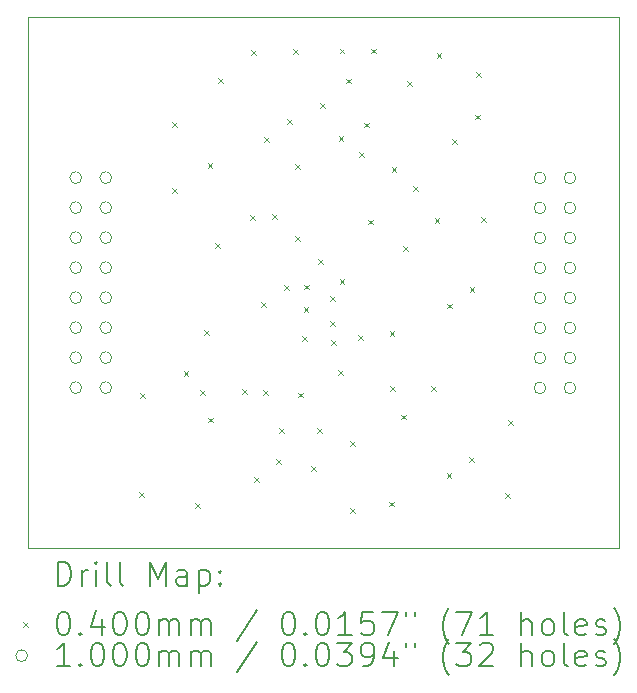
<source format=gbr>
%FSLAX45Y45*%
G04 Gerber Fmt 4.5, Leading zero omitted, Abs format (unit mm)*
G04 Created by KiCad (PCBNEW (6.0.6)) date 2022-08-29 15:29:25*
%MOMM*%
%LPD*%
G01*
G04 APERTURE LIST*
%TA.AperFunction,Profile*%
%ADD10C,0.100000*%
%TD*%
%ADD11C,0.200000*%
%ADD12C,0.040000*%
%ADD13C,0.100000*%
G04 APERTURE END LIST*
D10*
X3373120Y-1747520D02*
X8373120Y-1747520D01*
X8373120Y-1747520D02*
X8373120Y-6247520D01*
X8373120Y-6247520D02*
X3373120Y-6247520D01*
X3373120Y-6247520D02*
X3373120Y-1747520D01*
D11*
D12*
X4310700Y-5771200D02*
X4350700Y-5811200D01*
X4350700Y-5771200D02*
X4310700Y-5811200D01*
X4323400Y-4933000D02*
X4363400Y-4973000D01*
X4363400Y-4933000D02*
X4323400Y-4973000D01*
X4592640Y-2641920D02*
X4632640Y-2681920D01*
X4632640Y-2641920D02*
X4592640Y-2681920D01*
X4592640Y-3200720D02*
X4632640Y-3240720D01*
X4632640Y-3200720D02*
X4592640Y-3240720D01*
X4689160Y-4750120D02*
X4729160Y-4790120D01*
X4729160Y-4750120D02*
X4689160Y-4790120D01*
X4785680Y-5867720D02*
X4825680Y-5907720D01*
X4825680Y-5867720D02*
X4785680Y-5907720D01*
X4826320Y-4907600D02*
X4866320Y-4947600D01*
X4866320Y-4907600D02*
X4826320Y-4947600D01*
X4861880Y-4399600D02*
X4901880Y-4439600D01*
X4901880Y-4399600D02*
X4861880Y-4439600D01*
X4892360Y-2987360D02*
X4932360Y-3027360D01*
X4932360Y-2987360D02*
X4892360Y-3027360D01*
X4897440Y-5141280D02*
X4937440Y-5181280D01*
X4937440Y-5141280D02*
X4897440Y-5181280D01*
X4958400Y-3663000D02*
X4998400Y-3703000D01*
X4998400Y-3663000D02*
X4958400Y-3703000D01*
X4983800Y-2266000D02*
X5023800Y-2306000D01*
X5023800Y-2266000D02*
X4983800Y-2306000D01*
X5181920Y-4902520D02*
X5221920Y-4942520D01*
X5221920Y-4902520D02*
X5181920Y-4942520D01*
X5253040Y-3429320D02*
X5293040Y-3469320D01*
X5293040Y-3429320D02*
X5253040Y-3469320D01*
X5258120Y-2027240D02*
X5298120Y-2067240D01*
X5298120Y-2027240D02*
X5258120Y-2067240D01*
X5283520Y-5644200D02*
X5323520Y-5684200D01*
X5323520Y-5644200D02*
X5283520Y-5684200D01*
X5344480Y-4160840D02*
X5384480Y-4200840D01*
X5384480Y-4160840D02*
X5344480Y-4200840D01*
X5364800Y-4907600D02*
X5404800Y-4947600D01*
X5404800Y-4907600D02*
X5364800Y-4947600D01*
X5369880Y-2768920D02*
X5409880Y-2808920D01*
X5409880Y-2768920D02*
X5369880Y-2808920D01*
X5441000Y-3421700D02*
X5481000Y-3461700D01*
X5481000Y-3421700D02*
X5441000Y-3461700D01*
X5471480Y-5491800D02*
X5511480Y-5531800D01*
X5511480Y-5491800D02*
X5471480Y-5531800D01*
X5496880Y-5232720D02*
X5536880Y-5272720D01*
X5536880Y-5232720D02*
X5496880Y-5272720D01*
X5537520Y-4018600D02*
X5577520Y-4058600D01*
X5577520Y-4018600D02*
X5537520Y-4058600D01*
X5568000Y-2611440D02*
X5608000Y-2651440D01*
X5608000Y-2611440D02*
X5568000Y-2651440D01*
X5618800Y-2024700D02*
X5658800Y-2064700D01*
X5658800Y-2024700D02*
X5618800Y-2064700D01*
X5634040Y-2992440D02*
X5674040Y-3032440D01*
X5674040Y-2992440D02*
X5634040Y-3032440D01*
X5634040Y-3602040D02*
X5674040Y-3642040D01*
X5674040Y-3602040D02*
X5634040Y-3642040D01*
X5659440Y-4930460D02*
X5699440Y-4970460D01*
X5699440Y-4930460D02*
X5659440Y-4970460D01*
X5695000Y-4450400D02*
X5735000Y-4490400D01*
X5735000Y-4450400D02*
X5695000Y-4490400D01*
X5705160Y-4206560D02*
X5745160Y-4246560D01*
X5745160Y-4206560D02*
X5705160Y-4246560D01*
X5707700Y-4016060D02*
X5747700Y-4056060D01*
X5747700Y-4016060D02*
X5707700Y-4056060D01*
X5771200Y-5555300D02*
X5811200Y-5595300D01*
X5811200Y-5555300D02*
X5771200Y-5595300D01*
X5822000Y-5232720D02*
X5862000Y-5272720D01*
X5862000Y-5232720D02*
X5822000Y-5272720D01*
X5827080Y-3800160D02*
X5867080Y-3840160D01*
X5867080Y-3800160D02*
X5827080Y-3840160D01*
X5847400Y-2479360D02*
X5887400Y-2519360D01*
X5887400Y-2479360D02*
X5847400Y-2519360D01*
X5928680Y-4115120D02*
X5968680Y-4155120D01*
X5968680Y-4115120D02*
X5928680Y-4155120D01*
X5928680Y-4323400D02*
X5968680Y-4363400D01*
X5968680Y-4323400D02*
X5928680Y-4363400D01*
X5938840Y-4483420D02*
X5978840Y-4523420D01*
X5978840Y-4483420D02*
X5938840Y-4523420D01*
X5994720Y-4739960D02*
X6034720Y-4779960D01*
X6034720Y-4739960D02*
X5994720Y-4779960D01*
X6002340Y-2761300D02*
X6042340Y-2801300D01*
X6042340Y-2761300D02*
X6002340Y-2801300D01*
X6009960Y-2017080D02*
X6049960Y-2057080D01*
X6049960Y-2017080D02*
X6009960Y-2057080D01*
X6009960Y-3967800D02*
X6049960Y-4007800D01*
X6049960Y-3967800D02*
X6009960Y-4007800D01*
X6063300Y-2271080D02*
X6103300Y-2311080D01*
X6103300Y-2271080D02*
X6063300Y-2311080D01*
X6101400Y-5339400D02*
X6141400Y-5379400D01*
X6141400Y-5339400D02*
X6101400Y-5379400D01*
X6101400Y-5910900D02*
X6141400Y-5950900D01*
X6141400Y-5910900D02*
X6101400Y-5950900D01*
X6169980Y-4442780D02*
X6209980Y-4482780D01*
X6209980Y-4442780D02*
X6169980Y-4482780D01*
X6172520Y-2895920D02*
X6212520Y-2935920D01*
X6212520Y-2895920D02*
X6172520Y-2935920D01*
X6218240Y-2644460D02*
X6258240Y-2684460D01*
X6258240Y-2644460D02*
X6218240Y-2684460D01*
X6248720Y-3464880D02*
X6288720Y-3504880D01*
X6288720Y-3464880D02*
X6248720Y-3504880D01*
X6274120Y-2017080D02*
X6314120Y-2057080D01*
X6314120Y-2017080D02*
X6274120Y-2057080D01*
X6429500Y-5852380D02*
X6469500Y-5892380D01*
X6469500Y-5852380D02*
X6429500Y-5892380D01*
X6434580Y-4409660D02*
X6474580Y-4449660D01*
X6474580Y-4409660D02*
X6434580Y-4449660D01*
X6435010Y-4875140D02*
X6475010Y-4915140D01*
X6475010Y-4875140D02*
X6435010Y-4915140D01*
X6449820Y-3022820D02*
X6489820Y-3062820D01*
X6489820Y-3022820D02*
X6449820Y-3062820D01*
X6533200Y-5115880D02*
X6573200Y-5155880D01*
X6573200Y-5115880D02*
X6533200Y-5155880D01*
X6545900Y-3688400D02*
X6585900Y-3728400D01*
X6585900Y-3688400D02*
X6545900Y-3728400D01*
X6584000Y-2291400D02*
X6624000Y-2331400D01*
X6624000Y-2291400D02*
X6584000Y-2331400D01*
X6634800Y-3180400D02*
X6674800Y-3220400D01*
X6674800Y-3180400D02*
X6634800Y-3220400D01*
X6785100Y-4877020D02*
X6825100Y-4917020D01*
X6825100Y-4877020D02*
X6785100Y-4917020D01*
X6815580Y-3454620D02*
X6855580Y-3494620D01*
X6855580Y-3454620D02*
X6815580Y-3494620D01*
X6830820Y-2052540D02*
X6870820Y-2092540D01*
X6870820Y-2052540D02*
X6830820Y-2092540D01*
X6917180Y-5608540D02*
X6957180Y-5648540D01*
X6957180Y-5608540D02*
X6917180Y-5648540D01*
X6922260Y-4175980D02*
X6962260Y-4215980D01*
X6962260Y-4175980D02*
X6922260Y-4215980D01*
X6962900Y-2784060D02*
X7002900Y-2824060D01*
X7002900Y-2784060D02*
X6962900Y-2824060D01*
X7105140Y-5476460D02*
X7145140Y-5516460D01*
X7145140Y-5476460D02*
X7105140Y-5516460D01*
X7110220Y-4038820D02*
X7150220Y-4078820D01*
X7150220Y-4038820D02*
X7110220Y-4078820D01*
X7158760Y-2576390D02*
X7198760Y-2616390D01*
X7198760Y-2576390D02*
X7158760Y-2616390D01*
X7168200Y-2215200D02*
X7208200Y-2255200D01*
X7208200Y-2215200D02*
X7168200Y-2255200D01*
X7206300Y-3447100D02*
X7246300Y-3487100D01*
X7246300Y-3447100D02*
X7206300Y-3487100D01*
X7409500Y-5783900D02*
X7449500Y-5823900D01*
X7449500Y-5783900D02*
X7409500Y-5823900D01*
X7434900Y-5161600D02*
X7474900Y-5201600D01*
X7474900Y-5161600D02*
X7434900Y-5201600D01*
D13*
X3826000Y-3109500D02*
G75*
G03*
X3826000Y-3109500I-50000J0D01*
G01*
X3826000Y-3363500D02*
G75*
G03*
X3826000Y-3363500I-50000J0D01*
G01*
X3826000Y-3617500D02*
G75*
G03*
X3826000Y-3617500I-50000J0D01*
G01*
X3826000Y-3871500D02*
G75*
G03*
X3826000Y-3871500I-50000J0D01*
G01*
X3826000Y-4125500D02*
G75*
G03*
X3826000Y-4125500I-50000J0D01*
G01*
X3826000Y-4379500D02*
G75*
G03*
X3826000Y-4379500I-50000J0D01*
G01*
X3826000Y-4633500D02*
G75*
G03*
X3826000Y-4633500I-50000J0D01*
G01*
X3826000Y-4887500D02*
G75*
G03*
X3826000Y-4887500I-50000J0D01*
G01*
X4080000Y-3109500D02*
G75*
G03*
X4080000Y-3109500I-50000J0D01*
G01*
X4080000Y-3363500D02*
G75*
G03*
X4080000Y-3363500I-50000J0D01*
G01*
X4080000Y-3617500D02*
G75*
G03*
X4080000Y-3617500I-50000J0D01*
G01*
X4080000Y-3871500D02*
G75*
G03*
X4080000Y-3871500I-50000J0D01*
G01*
X4080000Y-4125500D02*
G75*
G03*
X4080000Y-4125500I-50000J0D01*
G01*
X4080000Y-4379500D02*
G75*
G03*
X4080000Y-4379500I-50000J0D01*
G01*
X4080000Y-4633500D02*
G75*
G03*
X4080000Y-4633500I-50000J0D01*
G01*
X4080000Y-4887500D02*
G75*
G03*
X4080000Y-4887500I-50000J0D01*
G01*
X7756360Y-3112500D02*
G75*
G03*
X7756360Y-3112500I-50000J0D01*
G01*
X7756360Y-3366500D02*
G75*
G03*
X7756360Y-3366500I-50000J0D01*
G01*
X7756360Y-3620500D02*
G75*
G03*
X7756360Y-3620500I-50000J0D01*
G01*
X7756360Y-3874500D02*
G75*
G03*
X7756360Y-3874500I-50000J0D01*
G01*
X7756360Y-4128500D02*
G75*
G03*
X7756360Y-4128500I-50000J0D01*
G01*
X7756360Y-4382500D02*
G75*
G03*
X7756360Y-4382500I-50000J0D01*
G01*
X7756360Y-4636500D02*
G75*
G03*
X7756360Y-4636500I-50000J0D01*
G01*
X7756360Y-4890500D02*
G75*
G03*
X7756360Y-4890500I-50000J0D01*
G01*
X8010360Y-3112500D02*
G75*
G03*
X8010360Y-3112500I-50000J0D01*
G01*
X8010360Y-3366500D02*
G75*
G03*
X8010360Y-3366500I-50000J0D01*
G01*
X8010360Y-3620500D02*
G75*
G03*
X8010360Y-3620500I-50000J0D01*
G01*
X8010360Y-3874500D02*
G75*
G03*
X8010360Y-3874500I-50000J0D01*
G01*
X8010360Y-4128500D02*
G75*
G03*
X8010360Y-4128500I-50000J0D01*
G01*
X8010360Y-4382500D02*
G75*
G03*
X8010360Y-4382500I-50000J0D01*
G01*
X8010360Y-4636500D02*
G75*
G03*
X8010360Y-4636500I-50000J0D01*
G01*
X8010360Y-4890500D02*
G75*
G03*
X8010360Y-4890500I-50000J0D01*
G01*
D11*
X3625739Y-6562996D02*
X3625739Y-6362996D01*
X3673358Y-6362996D01*
X3701929Y-6372520D01*
X3720977Y-6391568D01*
X3730501Y-6410615D01*
X3740025Y-6448710D01*
X3740025Y-6477282D01*
X3730501Y-6515377D01*
X3720977Y-6534425D01*
X3701929Y-6553472D01*
X3673358Y-6562996D01*
X3625739Y-6562996D01*
X3825739Y-6562996D02*
X3825739Y-6429663D01*
X3825739Y-6467758D02*
X3835263Y-6448710D01*
X3844787Y-6439187D01*
X3863834Y-6429663D01*
X3882882Y-6429663D01*
X3949548Y-6562996D02*
X3949548Y-6429663D01*
X3949548Y-6362996D02*
X3940025Y-6372520D01*
X3949548Y-6382044D01*
X3959072Y-6372520D01*
X3949548Y-6362996D01*
X3949548Y-6382044D01*
X4073358Y-6562996D02*
X4054310Y-6553472D01*
X4044787Y-6534425D01*
X4044787Y-6362996D01*
X4178120Y-6562996D02*
X4159072Y-6553472D01*
X4149548Y-6534425D01*
X4149548Y-6362996D01*
X4406691Y-6562996D02*
X4406691Y-6362996D01*
X4473358Y-6505853D01*
X4540025Y-6362996D01*
X4540025Y-6562996D01*
X4720977Y-6562996D02*
X4720977Y-6458234D01*
X4711453Y-6439187D01*
X4692406Y-6429663D01*
X4654310Y-6429663D01*
X4635263Y-6439187D01*
X4720977Y-6553472D02*
X4701930Y-6562996D01*
X4654310Y-6562996D01*
X4635263Y-6553472D01*
X4625739Y-6534425D01*
X4625739Y-6515377D01*
X4635263Y-6496329D01*
X4654310Y-6486806D01*
X4701930Y-6486806D01*
X4720977Y-6477282D01*
X4816215Y-6429663D02*
X4816215Y-6629663D01*
X4816215Y-6439187D02*
X4835263Y-6429663D01*
X4873358Y-6429663D01*
X4892406Y-6439187D01*
X4901930Y-6448710D01*
X4911453Y-6467758D01*
X4911453Y-6524901D01*
X4901930Y-6543948D01*
X4892406Y-6553472D01*
X4873358Y-6562996D01*
X4835263Y-6562996D01*
X4816215Y-6553472D01*
X4997168Y-6543948D02*
X5006691Y-6553472D01*
X4997168Y-6562996D01*
X4987644Y-6553472D01*
X4997168Y-6543948D01*
X4997168Y-6562996D01*
X4997168Y-6439187D02*
X5006691Y-6448710D01*
X4997168Y-6458234D01*
X4987644Y-6448710D01*
X4997168Y-6439187D01*
X4997168Y-6458234D01*
D12*
X3328120Y-6872520D02*
X3368120Y-6912520D01*
X3368120Y-6872520D02*
X3328120Y-6912520D01*
D11*
X3663834Y-6782996D02*
X3682882Y-6782996D01*
X3701929Y-6792520D01*
X3711453Y-6802044D01*
X3720977Y-6821091D01*
X3730501Y-6859187D01*
X3730501Y-6906806D01*
X3720977Y-6944901D01*
X3711453Y-6963948D01*
X3701929Y-6973472D01*
X3682882Y-6982996D01*
X3663834Y-6982996D01*
X3644787Y-6973472D01*
X3635263Y-6963948D01*
X3625739Y-6944901D01*
X3616215Y-6906806D01*
X3616215Y-6859187D01*
X3625739Y-6821091D01*
X3635263Y-6802044D01*
X3644787Y-6792520D01*
X3663834Y-6782996D01*
X3816215Y-6963948D02*
X3825739Y-6973472D01*
X3816215Y-6982996D01*
X3806691Y-6973472D01*
X3816215Y-6963948D01*
X3816215Y-6982996D01*
X3997168Y-6849663D02*
X3997168Y-6982996D01*
X3949548Y-6773472D02*
X3901929Y-6916329D01*
X4025739Y-6916329D01*
X4140025Y-6782996D02*
X4159072Y-6782996D01*
X4178120Y-6792520D01*
X4187644Y-6802044D01*
X4197168Y-6821091D01*
X4206691Y-6859187D01*
X4206691Y-6906806D01*
X4197168Y-6944901D01*
X4187644Y-6963948D01*
X4178120Y-6973472D01*
X4159072Y-6982996D01*
X4140025Y-6982996D01*
X4120977Y-6973472D01*
X4111453Y-6963948D01*
X4101929Y-6944901D01*
X4092406Y-6906806D01*
X4092406Y-6859187D01*
X4101929Y-6821091D01*
X4111453Y-6802044D01*
X4120977Y-6792520D01*
X4140025Y-6782996D01*
X4330501Y-6782996D02*
X4349549Y-6782996D01*
X4368596Y-6792520D01*
X4378120Y-6802044D01*
X4387644Y-6821091D01*
X4397168Y-6859187D01*
X4397168Y-6906806D01*
X4387644Y-6944901D01*
X4378120Y-6963948D01*
X4368596Y-6973472D01*
X4349549Y-6982996D01*
X4330501Y-6982996D01*
X4311453Y-6973472D01*
X4301930Y-6963948D01*
X4292406Y-6944901D01*
X4282882Y-6906806D01*
X4282882Y-6859187D01*
X4292406Y-6821091D01*
X4301930Y-6802044D01*
X4311453Y-6792520D01*
X4330501Y-6782996D01*
X4482882Y-6982996D02*
X4482882Y-6849663D01*
X4482882Y-6868710D02*
X4492406Y-6859187D01*
X4511453Y-6849663D01*
X4540025Y-6849663D01*
X4559072Y-6859187D01*
X4568596Y-6878234D01*
X4568596Y-6982996D01*
X4568596Y-6878234D02*
X4578120Y-6859187D01*
X4597168Y-6849663D01*
X4625739Y-6849663D01*
X4644787Y-6859187D01*
X4654310Y-6878234D01*
X4654310Y-6982996D01*
X4749549Y-6982996D02*
X4749549Y-6849663D01*
X4749549Y-6868710D02*
X4759072Y-6859187D01*
X4778120Y-6849663D01*
X4806691Y-6849663D01*
X4825739Y-6859187D01*
X4835263Y-6878234D01*
X4835263Y-6982996D01*
X4835263Y-6878234D02*
X4844787Y-6859187D01*
X4863834Y-6849663D01*
X4892406Y-6849663D01*
X4911453Y-6859187D01*
X4920977Y-6878234D01*
X4920977Y-6982996D01*
X5311453Y-6773472D02*
X5140025Y-7030615D01*
X5568596Y-6782996D02*
X5587644Y-6782996D01*
X5606691Y-6792520D01*
X5616215Y-6802044D01*
X5625739Y-6821091D01*
X5635263Y-6859187D01*
X5635263Y-6906806D01*
X5625739Y-6944901D01*
X5616215Y-6963948D01*
X5606691Y-6973472D01*
X5587644Y-6982996D01*
X5568596Y-6982996D01*
X5549549Y-6973472D01*
X5540025Y-6963948D01*
X5530501Y-6944901D01*
X5520977Y-6906806D01*
X5520977Y-6859187D01*
X5530501Y-6821091D01*
X5540025Y-6802044D01*
X5549549Y-6792520D01*
X5568596Y-6782996D01*
X5720977Y-6963948D02*
X5730501Y-6973472D01*
X5720977Y-6982996D01*
X5711453Y-6973472D01*
X5720977Y-6963948D01*
X5720977Y-6982996D01*
X5854310Y-6782996D02*
X5873358Y-6782996D01*
X5892406Y-6792520D01*
X5901929Y-6802044D01*
X5911453Y-6821091D01*
X5920977Y-6859187D01*
X5920977Y-6906806D01*
X5911453Y-6944901D01*
X5901929Y-6963948D01*
X5892406Y-6973472D01*
X5873358Y-6982996D01*
X5854310Y-6982996D01*
X5835263Y-6973472D01*
X5825739Y-6963948D01*
X5816215Y-6944901D01*
X5806691Y-6906806D01*
X5806691Y-6859187D01*
X5816215Y-6821091D01*
X5825739Y-6802044D01*
X5835263Y-6792520D01*
X5854310Y-6782996D01*
X6111453Y-6982996D02*
X5997168Y-6982996D01*
X6054310Y-6982996D02*
X6054310Y-6782996D01*
X6035263Y-6811568D01*
X6016215Y-6830615D01*
X5997168Y-6840139D01*
X6292406Y-6782996D02*
X6197168Y-6782996D01*
X6187644Y-6878234D01*
X6197168Y-6868710D01*
X6216215Y-6859187D01*
X6263834Y-6859187D01*
X6282882Y-6868710D01*
X6292406Y-6878234D01*
X6301929Y-6897282D01*
X6301929Y-6944901D01*
X6292406Y-6963948D01*
X6282882Y-6973472D01*
X6263834Y-6982996D01*
X6216215Y-6982996D01*
X6197168Y-6973472D01*
X6187644Y-6963948D01*
X6368596Y-6782996D02*
X6501929Y-6782996D01*
X6416215Y-6982996D01*
X6568596Y-6782996D02*
X6568596Y-6821091D01*
X6644787Y-6782996D02*
X6644787Y-6821091D01*
X6940025Y-7059187D02*
X6930501Y-7049663D01*
X6911453Y-7021091D01*
X6901929Y-7002044D01*
X6892406Y-6973472D01*
X6882882Y-6925853D01*
X6882882Y-6887758D01*
X6892406Y-6840139D01*
X6901929Y-6811568D01*
X6911453Y-6792520D01*
X6930501Y-6763948D01*
X6940025Y-6754425D01*
X6997168Y-6782996D02*
X7130501Y-6782996D01*
X7044787Y-6982996D01*
X7311453Y-6982996D02*
X7197168Y-6982996D01*
X7254310Y-6982996D02*
X7254310Y-6782996D01*
X7235263Y-6811568D01*
X7216215Y-6830615D01*
X7197168Y-6840139D01*
X7549548Y-6982996D02*
X7549548Y-6782996D01*
X7635263Y-6982996D02*
X7635263Y-6878234D01*
X7625739Y-6859187D01*
X7606691Y-6849663D01*
X7578120Y-6849663D01*
X7559072Y-6859187D01*
X7549548Y-6868710D01*
X7759072Y-6982996D02*
X7740025Y-6973472D01*
X7730501Y-6963948D01*
X7720977Y-6944901D01*
X7720977Y-6887758D01*
X7730501Y-6868710D01*
X7740025Y-6859187D01*
X7759072Y-6849663D01*
X7787644Y-6849663D01*
X7806691Y-6859187D01*
X7816215Y-6868710D01*
X7825739Y-6887758D01*
X7825739Y-6944901D01*
X7816215Y-6963948D01*
X7806691Y-6973472D01*
X7787644Y-6982996D01*
X7759072Y-6982996D01*
X7940025Y-6982996D02*
X7920977Y-6973472D01*
X7911453Y-6954425D01*
X7911453Y-6782996D01*
X8092406Y-6973472D02*
X8073358Y-6982996D01*
X8035263Y-6982996D01*
X8016215Y-6973472D01*
X8006691Y-6954425D01*
X8006691Y-6878234D01*
X8016215Y-6859187D01*
X8035263Y-6849663D01*
X8073358Y-6849663D01*
X8092406Y-6859187D01*
X8101929Y-6878234D01*
X8101929Y-6897282D01*
X8006691Y-6916329D01*
X8178120Y-6973472D02*
X8197168Y-6982996D01*
X8235263Y-6982996D01*
X8254310Y-6973472D01*
X8263834Y-6954425D01*
X8263834Y-6944901D01*
X8254310Y-6925853D01*
X8235263Y-6916329D01*
X8206691Y-6916329D01*
X8187644Y-6906806D01*
X8178120Y-6887758D01*
X8178120Y-6878234D01*
X8187644Y-6859187D01*
X8206691Y-6849663D01*
X8235263Y-6849663D01*
X8254310Y-6859187D01*
X8330501Y-7059187D02*
X8340025Y-7049663D01*
X8359072Y-7021091D01*
X8368596Y-7002044D01*
X8378120Y-6973472D01*
X8387644Y-6925853D01*
X8387644Y-6887758D01*
X8378120Y-6840139D01*
X8368596Y-6811568D01*
X8359072Y-6792520D01*
X8340025Y-6763948D01*
X8330501Y-6754425D01*
D13*
X3368120Y-7156520D02*
G75*
G03*
X3368120Y-7156520I-50000J0D01*
G01*
D11*
X3730501Y-7246996D02*
X3616215Y-7246996D01*
X3673358Y-7246996D02*
X3673358Y-7046996D01*
X3654310Y-7075568D01*
X3635263Y-7094615D01*
X3616215Y-7104139D01*
X3816215Y-7227948D02*
X3825739Y-7237472D01*
X3816215Y-7246996D01*
X3806691Y-7237472D01*
X3816215Y-7227948D01*
X3816215Y-7246996D01*
X3949548Y-7046996D02*
X3968596Y-7046996D01*
X3987644Y-7056520D01*
X3997168Y-7066044D01*
X4006691Y-7085091D01*
X4016215Y-7123187D01*
X4016215Y-7170806D01*
X4006691Y-7208901D01*
X3997168Y-7227948D01*
X3987644Y-7237472D01*
X3968596Y-7246996D01*
X3949548Y-7246996D01*
X3930501Y-7237472D01*
X3920977Y-7227948D01*
X3911453Y-7208901D01*
X3901929Y-7170806D01*
X3901929Y-7123187D01*
X3911453Y-7085091D01*
X3920977Y-7066044D01*
X3930501Y-7056520D01*
X3949548Y-7046996D01*
X4140025Y-7046996D02*
X4159072Y-7046996D01*
X4178120Y-7056520D01*
X4187644Y-7066044D01*
X4197168Y-7085091D01*
X4206691Y-7123187D01*
X4206691Y-7170806D01*
X4197168Y-7208901D01*
X4187644Y-7227948D01*
X4178120Y-7237472D01*
X4159072Y-7246996D01*
X4140025Y-7246996D01*
X4120977Y-7237472D01*
X4111453Y-7227948D01*
X4101929Y-7208901D01*
X4092406Y-7170806D01*
X4092406Y-7123187D01*
X4101929Y-7085091D01*
X4111453Y-7066044D01*
X4120977Y-7056520D01*
X4140025Y-7046996D01*
X4330501Y-7046996D02*
X4349549Y-7046996D01*
X4368596Y-7056520D01*
X4378120Y-7066044D01*
X4387644Y-7085091D01*
X4397168Y-7123187D01*
X4397168Y-7170806D01*
X4387644Y-7208901D01*
X4378120Y-7227948D01*
X4368596Y-7237472D01*
X4349549Y-7246996D01*
X4330501Y-7246996D01*
X4311453Y-7237472D01*
X4301930Y-7227948D01*
X4292406Y-7208901D01*
X4282882Y-7170806D01*
X4282882Y-7123187D01*
X4292406Y-7085091D01*
X4301930Y-7066044D01*
X4311453Y-7056520D01*
X4330501Y-7046996D01*
X4482882Y-7246996D02*
X4482882Y-7113663D01*
X4482882Y-7132710D02*
X4492406Y-7123187D01*
X4511453Y-7113663D01*
X4540025Y-7113663D01*
X4559072Y-7123187D01*
X4568596Y-7142234D01*
X4568596Y-7246996D01*
X4568596Y-7142234D02*
X4578120Y-7123187D01*
X4597168Y-7113663D01*
X4625739Y-7113663D01*
X4644787Y-7123187D01*
X4654310Y-7142234D01*
X4654310Y-7246996D01*
X4749549Y-7246996D02*
X4749549Y-7113663D01*
X4749549Y-7132710D02*
X4759072Y-7123187D01*
X4778120Y-7113663D01*
X4806691Y-7113663D01*
X4825739Y-7123187D01*
X4835263Y-7142234D01*
X4835263Y-7246996D01*
X4835263Y-7142234D02*
X4844787Y-7123187D01*
X4863834Y-7113663D01*
X4892406Y-7113663D01*
X4911453Y-7123187D01*
X4920977Y-7142234D01*
X4920977Y-7246996D01*
X5311453Y-7037472D02*
X5140025Y-7294615D01*
X5568596Y-7046996D02*
X5587644Y-7046996D01*
X5606691Y-7056520D01*
X5616215Y-7066044D01*
X5625739Y-7085091D01*
X5635263Y-7123187D01*
X5635263Y-7170806D01*
X5625739Y-7208901D01*
X5616215Y-7227948D01*
X5606691Y-7237472D01*
X5587644Y-7246996D01*
X5568596Y-7246996D01*
X5549549Y-7237472D01*
X5540025Y-7227948D01*
X5530501Y-7208901D01*
X5520977Y-7170806D01*
X5520977Y-7123187D01*
X5530501Y-7085091D01*
X5540025Y-7066044D01*
X5549549Y-7056520D01*
X5568596Y-7046996D01*
X5720977Y-7227948D02*
X5730501Y-7237472D01*
X5720977Y-7246996D01*
X5711453Y-7237472D01*
X5720977Y-7227948D01*
X5720977Y-7246996D01*
X5854310Y-7046996D02*
X5873358Y-7046996D01*
X5892406Y-7056520D01*
X5901929Y-7066044D01*
X5911453Y-7085091D01*
X5920977Y-7123187D01*
X5920977Y-7170806D01*
X5911453Y-7208901D01*
X5901929Y-7227948D01*
X5892406Y-7237472D01*
X5873358Y-7246996D01*
X5854310Y-7246996D01*
X5835263Y-7237472D01*
X5825739Y-7227948D01*
X5816215Y-7208901D01*
X5806691Y-7170806D01*
X5806691Y-7123187D01*
X5816215Y-7085091D01*
X5825739Y-7066044D01*
X5835263Y-7056520D01*
X5854310Y-7046996D01*
X5987644Y-7046996D02*
X6111453Y-7046996D01*
X6044787Y-7123187D01*
X6073358Y-7123187D01*
X6092406Y-7132710D01*
X6101929Y-7142234D01*
X6111453Y-7161282D01*
X6111453Y-7208901D01*
X6101929Y-7227948D01*
X6092406Y-7237472D01*
X6073358Y-7246996D01*
X6016215Y-7246996D01*
X5997168Y-7237472D01*
X5987644Y-7227948D01*
X6206691Y-7246996D02*
X6244787Y-7246996D01*
X6263834Y-7237472D01*
X6273358Y-7227948D01*
X6292406Y-7199377D01*
X6301929Y-7161282D01*
X6301929Y-7085091D01*
X6292406Y-7066044D01*
X6282882Y-7056520D01*
X6263834Y-7046996D01*
X6225739Y-7046996D01*
X6206691Y-7056520D01*
X6197168Y-7066044D01*
X6187644Y-7085091D01*
X6187644Y-7132710D01*
X6197168Y-7151758D01*
X6206691Y-7161282D01*
X6225739Y-7170806D01*
X6263834Y-7170806D01*
X6282882Y-7161282D01*
X6292406Y-7151758D01*
X6301929Y-7132710D01*
X6473358Y-7113663D02*
X6473358Y-7246996D01*
X6425739Y-7037472D02*
X6378120Y-7180329D01*
X6501929Y-7180329D01*
X6568596Y-7046996D02*
X6568596Y-7085091D01*
X6644787Y-7046996D02*
X6644787Y-7085091D01*
X6940025Y-7323187D02*
X6930501Y-7313663D01*
X6911453Y-7285091D01*
X6901929Y-7266044D01*
X6892406Y-7237472D01*
X6882882Y-7189853D01*
X6882882Y-7151758D01*
X6892406Y-7104139D01*
X6901929Y-7075568D01*
X6911453Y-7056520D01*
X6930501Y-7027948D01*
X6940025Y-7018425D01*
X6997168Y-7046996D02*
X7120977Y-7046996D01*
X7054310Y-7123187D01*
X7082882Y-7123187D01*
X7101929Y-7132710D01*
X7111453Y-7142234D01*
X7120977Y-7161282D01*
X7120977Y-7208901D01*
X7111453Y-7227948D01*
X7101929Y-7237472D01*
X7082882Y-7246996D01*
X7025739Y-7246996D01*
X7006691Y-7237472D01*
X6997168Y-7227948D01*
X7197168Y-7066044D02*
X7206691Y-7056520D01*
X7225739Y-7046996D01*
X7273358Y-7046996D01*
X7292406Y-7056520D01*
X7301929Y-7066044D01*
X7311453Y-7085091D01*
X7311453Y-7104139D01*
X7301929Y-7132710D01*
X7187644Y-7246996D01*
X7311453Y-7246996D01*
X7549548Y-7246996D02*
X7549548Y-7046996D01*
X7635263Y-7246996D02*
X7635263Y-7142234D01*
X7625739Y-7123187D01*
X7606691Y-7113663D01*
X7578120Y-7113663D01*
X7559072Y-7123187D01*
X7549548Y-7132710D01*
X7759072Y-7246996D02*
X7740025Y-7237472D01*
X7730501Y-7227948D01*
X7720977Y-7208901D01*
X7720977Y-7151758D01*
X7730501Y-7132710D01*
X7740025Y-7123187D01*
X7759072Y-7113663D01*
X7787644Y-7113663D01*
X7806691Y-7123187D01*
X7816215Y-7132710D01*
X7825739Y-7151758D01*
X7825739Y-7208901D01*
X7816215Y-7227948D01*
X7806691Y-7237472D01*
X7787644Y-7246996D01*
X7759072Y-7246996D01*
X7940025Y-7246996D02*
X7920977Y-7237472D01*
X7911453Y-7218425D01*
X7911453Y-7046996D01*
X8092406Y-7237472D02*
X8073358Y-7246996D01*
X8035263Y-7246996D01*
X8016215Y-7237472D01*
X8006691Y-7218425D01*
X8006691Y-7142234D01*
X8016215Y-7123187D01*
X8035263Y-7113663D01*
X8073358Y-7113663D01*
X8092406Y-7123187D01*
X8101929Y-7142234D01*
X8101929Y-7161282D01*
X8006691Y-7180329D01*
X8178120Y-7237472D02*
X8197168Y-7246996D01*
X8235263Y-7246996D01*
X8254310Y-7237472D01*
X8263834Y-7218425D01*
X8263834Y-7208901D01*
X8254310Y-7189853D01*
X8235263Y-7180329D01*
X8206691Y-7180329D01*
X8187644Y-7170806D01*
X8178120Y-7151758D01*
X8178120Y-7142234D01*
X8187644Y-7123187D01*
X8206691Y-7113663D01*
X8235263Y-7113663D01*
X8254310Y-7123187D01*
X8330501Y-7323187D02*
X8340025Y-7313663D01*
X8359072Y-7285091D01*
X8368596Y-7266044D01*
X8378120Y-7237472D01*
X8387644Y-7189853D01*
X8387644Y-7151758D01*
X8378120Y-7104139D01*
X8368596Y-7075568D01*
X8359072Y-7056520D01*
X8340025Y-7027948D01*
X8330501Y-7018425D01*
M02*

</source>
